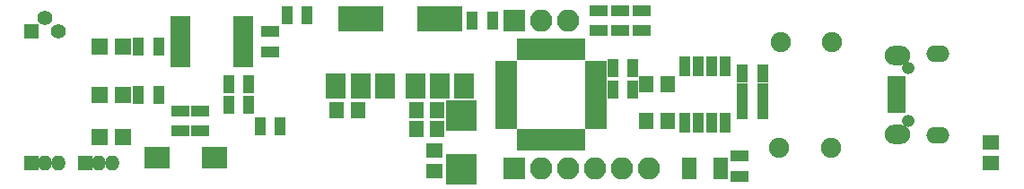
<source format=gbr>
%TF.GenerationSoftware,KiCad,Pcbnew,4.0.7*%
%TF.CreationDate,2018-01-21T21:24:04+02:00*%
%TF.ProjectId,OilMeteo_V2.0,4F696C4D6574656F5F56322E302E6B69,rev?*%
%TF.FileFunction,Soldermask,Top*%
%FSLAX46Y46*%
G04 Gerber Fmt 4.6, Leading zero omitted, Abs format (unit mm)*
G04 Created by KiCad (PCBNEW 4.0.7) date 01/21/18 21:24:04*
%MOMM*%
%LPD*%
G01*
G04 APERTURE LIST*
%ADD10C,0.100000*%
%ADD11R,1.650000X1.400000*%
%ADD12R,2.900000X2.950000*%
%ADD13R,1.400000X1.650000*%
%ADD14R,1.400000X2.000000*%
%ADD15R,1.700000X0.850000*%
%ADD16O,2.400000X1.850000*%
%ADD17O,2.200000X1.550000*%
%ADD18O,1.200000X1.200000*%
%ADD19R,2.100000X2.100000*%
%ADD20O,2.100000X2.100000*%
%ADD21R,1.400000X1.400000*%
%ADD22O,1.400000X1.400000*%
%ADD23R,1.600000X1.600000*%
%ADD24C,1.400000*%
%ADD25R,1.700000X1.100000*%
%ADD26R,1.100000X1.700000*%
%ADD27R,2.400000X2.000000*%
%ADD28R,0.950000X2.000000*%
%ADD29R,2.000000X0.950000*%
%ADD30R,4.200000X2.400000*%
%ADD31R,1.900000X2.400000*%
%ADD32R,1.850000X0.850000*%
%ADD33R,1.000000X1.950000*%
%ADD34C,1.900000*%
G04 APERTURE END LIST*
D10*
D11*
X138500000Y-49250000D03*
X138500000Y-51250000D03*
D12*
X141000000Y-45975000D03*
X141000000Y-51025000D03*
D13*
X138750000Y-47250000D03*
X136750000Y-47250000D03*
D11*
X191000000Y-48500000D03*
X191000000Y-50500000D03*
D13*
X158500000Y-43000000D03*
X160500000Y-43000000D03*
X131250000Y-45500000D03*
X129250000Y-45500000D03*
X138750000Y-45500000D03*
X136750000Y-45500000D03*
X160500000Y-46500000D03*
X158500000Y-46500000D03*
D14*
X162500000Y-51000000D03*
X165500000Y-51000000D03*
D15*
X182100000Y-45300000D03*
X182100000Y-44650000D03*
X182100000Y-44000000D03*
X182100000Y-43350000D03*
X182100000Y-42700000D03*
D16*
X182150000Y-47725000D03*
X182150000Y-40275000D03*
D17*
X185950000Y-47875000D03*
X185950000Y-40125000D03*
D18*
X183200000Y-46500000D03*
X183200000Y-41500000D03*
D19*
X146000000Y-37000000D03*
D20*
X148540000Y-37000000D03*
X151080000Y-37000000D03*
D21*
X105500000Y-50500000D03*
D22*
X106770000Y-50500000D03*
X108040000Y-50500000D03*
D21*
X100500000Y-50500000D03*
D22*
X101770000Y-50500000D03*
X103040000Y-50500000D03*
D19*
X146000000Y-51000000D03*
D20*
X148540000Y-51000000D03*
X151080000Y-51000000D03*
X153620000Y-51000000D03*
X156160000Y-51000000D03*
X158700000Y-51000000D03*
D23*
X109100000Y-39500000D03*
X106900000Y-39500000D03*
X109100000Y-44000000D03*
X106900000Y-44000000D03*
D24*
X101770000Y-36730000D03*
X103040000Y-38000000D03*
D21*
X100500000Y-38000000D03*
D25*
X116357400Y-45532000D03*
X116357400Y-47432000D03*
D26*
X157200000Y-43500000D03*
X155300000Y-43500000D03*
X157200000Y-41500000D03*
X155300000Y-41500000D03*
X110550000Y-44000000D03*
X112450000Y-44000000D03*
D25*
X154000000Y-36050000D03*
X154000000Y-37950000D03*
D26*
X110550000Y-39500000D03*
X112450000Y-39500000D03*
X123950000Y-47000000D03*
X122050000Y-47000000D03*
D25*
X114500000Y-47450000D03*
X114500000Y-45550000D03*
D26*
X119050000Y-43000000D03*
X120950000Y-43000000D03*
X119050000Y-45000000D03*
X120950000Y-45000000D03*
X142050000Y-37000000D03*
X143950000Y-37000000D03*
D25*
X123000000Y-38050000D03*
X123000000Y-39950000D03*
D26*
X124550000Y-36500000D03*
X126450000Y-36500000D03*
X167550000Y-42000000D03*
X169450000Y-42000000D03*
X167550000Y-45500000D03*
X169450000Y-45500000D03*
X167550000Y-43750000D03*
X169450000Y-43750000D03*
D25*
X156000000Y-36050000D03*
X156000000Y-37950000D03*
X158000000Y-36050000D03*
X158000000Y-37950000D03*
X167250000Y-49800000D03*
X167250000Y-51700000D03*
D23*
X109100000Y-48000000D03*
X106900000Y-48000000D03*
D27*
X117700000Y-50000000D03*
X112300000Y-50000000D03*
D28*
X152300000Y-39750000D03*
X151500000Y-39750000D03*
X150700000Y-39750000D03*
X149900000Y-39750000D03*
X149100000Y-39750000D03*
X148300000Y-39750000D03*
X147500000Y-39750000D03*
X146700000Y-39750000D03*
D29*
X145250000Y-41200000D03*
X145250000Y-42000000D03*
X145250000Y-42800000D03*
X145250000Y-43600000D03*
X145250000Y-44400000D03*
X145250000Y-45200000D03*
X145250000Y-46000000D03*
X145250000Y-46800000D03*
D28*
X146700000Y-48250000D03*
X147500000Y-48250000D03*
X148300000Y-48250000D03*
X149100000Y-48250000D03*
X149900000Y-48250000D03*
X150700000Y-48250000D03*
X151500000Y-48250000D03*
X152300000Y-48250000D03*
D29*
X153750000Y-46800000D03*
X153750000Y-46000000D03*
X153750000Y-45200000D03*
X153750000Y-44400000D03*
X153750000Y-43600000D03*
X153750000Y-42800000D03*
X153750000Y-42000000D03*
X153750000Y-41200000D03*
D30*
X139000000Y-36850000D03*
D31*
X139000000Y-43150000D03*
X141300000Y-43150000D03*
X136700000Y-43150000D03*
D32*
X114550000Y-37050000D03*
X114550000Y-37700000D03*
X114550000Y-38350000D03*
X114550000Y-39000000D03*
X114550000Y-39650000D03*
X114550000Y-40300000D03*
X114550000Y-40950000D03*
X120450000Y-40950000D03*
X120450000Y-40300000D03*
X120450000Y-39650000D03*
X120450000Y-39000000D03*
X120450000Y-38350000D03*
X120450000Y-37700000D03*
X120450000Y-37050000D03*
D30*
X131500000Y-36850000D03*
D31*
X131500000Y-43150000D03*
X133800000Y-43150000D03*
X129200000Y-43150000D03*
D33*
X165905000Y-41300000D03*
X164635000Y-41300000D03*
X163365000Y-41300000D03*
X162095000Y-41300000D03*
X162095000Y-46700000D03*
X163365000Y-46700000D03*
X164635000Y-46700000D03*
X165905000Y-46700000D03*
D34*
X171000000Y-49000000D03*
X175880000Y-49000000D03*
X176000000Y-39000000D03*
X171120000Y-39000000D03*
M02*

</source>
